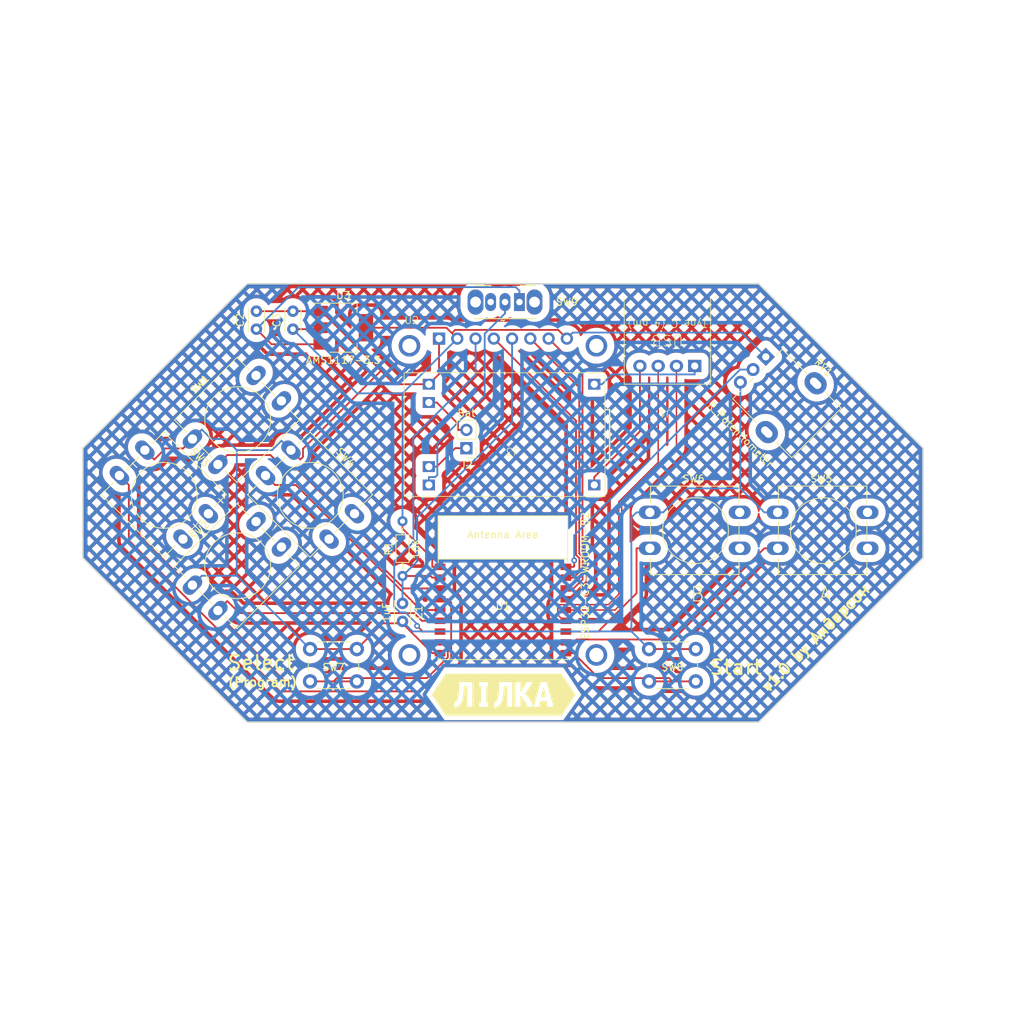
<source format=kicad_pcb>
(kicad_pcb (version 20221018) (generator pcbnew)
  (layers (0 "F.Cu" signal "Top") (31 "B.Cu" signal "Bot") (34 "B.Paste" user) (35 "F.Paste" user) (36 "B.SilkS" user "BotSilk") (37 "F.SilkS" user "TopSilk") (38 "B.Mask" user "BotMask") (39 "F.Mask" user "TopMask") (44 "Edge.Cuts" user "Board"))
  (net 0 "")
  (net 1 "~{RESET}")
  (net 2 "UP")
  (net 3 "GND")
  (net 4 "DOWN")
  (net 5 "LEFT")
  (net 6 "USB+")
  (net 7 "USB-")
  (net 8 "RIGHT")
  (net 9 "A")
  (net 10 "B")
  (net 11 "SELECT")
  (net 12 "START")
  (net 13 "DISP_CS")
  (net 14 "DISP_D{slash}C")
  (net 15 "DISP_MOSI")
  (net 16 "DISP_SCK")
  (net 17 "Net-(U1-GPIO0{slash}ADC1_CH0{slash}XTAL_32K_P)")
  (net 18 "+3V3")
  (net 19 "Net-(J2-Pin_1)")
  (net 20 "GND1")
  (net 21 "VBUS")
  (net 22 "Net-(J2-Pin_2)")
  (net 24 "VCC")
  (net 25 "Net-(J3-OUT+)")
  (footprint "Display:TFT_240x280" (layer "F.Cu") (at 81.02 51.84)
    (fp_text reference "U2" (at 2.8 -1.04 unlocked) (layer "F.SilkS") (effects (font (thickness 0.1))))
    (fp_text value "~" (at 15.5 -1.04 unlocked) (layer "F.SilkS"))
    (pad "" thru_hole circle (at 2.5 2.5) (size 3 3) (drill 2) (layers "*.Cu" "*.Mask"))
    (pad "" thru_hole circle (at 2.5 45.5) (size 3 3) (drill 2) (layers "*.Cu" "*.Mask"))
    (pad "" thru_hole circle (at 28.5 2.5) (size 3 3) (drill 2) (layers "*.Cu" "*.Mask"))
    (pad "" thru_hole circle (at 28.5 45.5) (size 3 3) (drill 2) (layers "*.Cu" "*.Mask"))
    (pad "1" thru_hole rect (at 6.61 1.5) (size 1.7 1.7) (drill 1) (layers "*.Cu" "*.Mask") (net 3 "GND"))
    (pad "2" thru_hole circle (at 9.15 1.5) (size 1.7 1.7) (drill 1) (layers "*.Cu" "*.Mask") (net 18 "+3V3"))
    (pad "3" thru_hole circle (at 11.69 1.5) (size 1.7 1.7) (drill 1) (layers "*.Cu" "*.Mask") (net 16 "DISP_SCK"))
    (pad "4" thru_hole circle (at 14.23 1.5) (size 1.7 1.7) (drill 1) (layers "*.Cu" "*.Mask") (net 15 "DISP_MOSI"))
    (pad "5" thru_hole circle (at 16.77 1.5) (size 1.7 1.7) (drill 1) (layers "*.Cu" "*.Mask") (net 1 "~{RESET}"))
    (pad "6" thru_hole circle (at 19.31 1.5) (size 1.7 1.7) (drill 1) (layers "*.Cu" "*.Mask") (net 14 "DISP_D{slash}C"))
    (pad "7" thru_hole circle (at 21.85 1.5) (size 1.7 1.7) (drill 1) (layers "*.Cu" "*.Mask") (net 13 "DISP_CS"))
    (pad "8" thru_hole circle (at 24.39 1.5) (size 1.7 1.7) (drill 1) (layers "*.Cu" "*.Mask") (net 18 "+3V3"))
  )
  (footprint "Buttons:SW_PUSH-12mm-fixed" (layer "F.Cu") (at 67.0355 68.8545 -45)
    (fp_text reference "SW4" (at 6.08 -4.66 -45) (layer "F.SilkS"))
    (fp_text value "Right")
    (fp_line (start 0.1 -3.65) (end 12.4 -3.65) (stroke (width 0.12)) (layer "F.SilkS"))
    (fp_line (start 0.1 -1.27) (end 0.1 -3.65) (stroke (width 0.12)) (layer "F.SilkS"))
    (fp_line (start 0.1 3.81) (end 0.1 1.27) (stroke (width 0.12)) (layer "F.SilkS"))
    (fp_line (start 0.1 8.65) (end 0.1 6.35) (stroke (width 0.12)) (layer "F.SilkS"))
    (fp_line (start 12.4 -3.65) (end 12.4 -1.27) (stroke (width 0.12)) (layer "F.SilkS"))
    (fp_line (start 12.4 1.27) (end 12.4 3.81) (stroke (width 0.12)) (layer "F.SilkS"))
    (fp_line (start 12.4 6.35) (end 12.4 8.65) (stroke (width 0.12)) (layer "F.SilkS"))
    (fp_line (start 12.4 8.65) (end 0.1 8.65) (stroke (width 0.12)) (layer "F.SilkS"))
    (fp_circle (center 6.35 2.54) (end 10.16 5.08) (stroke (width 0.12)) (fill none) (layer "F.SilkS"))
    (pad "" thru_hole oval (at 12.5 0 315) (size 3.048 1.85) (drill 1.3) (layers "*.Cu" "*.Mask"))
    (pad "" thru_hole oval (at 12.5 5 315) (size 3.048 1.85) (drill 1.3) (layers "*.Cu" "*.Mask"))
    (pad "1" thru_hole oval (at 0 0 315) (size 3.048 1.85) (drill 1.3) (layers "*.Cu" "*.Mask") (net 3 "GND"))
    (pad "2" thru_hole oval (at 0 5 315) (size 3.048 1.85) (drill 1.3) (layers "*.Cu" "*.Mask") (net 8 "RIGHT"))
  )
  (footprint "Buttons:SW_PUSH-12mm-fixed" (layer "F.Cu") (at 53.34 87.63 45)
    (fp_text reference "SW2" (at 6.08 -4.66 45) (layer "F.SilkS"))
    (fp_text value "Down")
    (fp_line (start 0.1 -3.65) (end 12.4 -3.65) (stroke (width 0.12)) (layer "F.SilkS"))
    (fp_line (start 0.1 -1.27) (end 0.1 -3.65) (stroke (width 0.12)) (layer "F.SilkS"))
    (fp_line (start 0.1 3.81) (end 0.1 1.27) (stroke (width 0.12)) (layer "F.SilkS"))
    (fp_line (start 0.1 8.65) (end 0.1 6.35) (stroke (width 0.12)) (layer "F.SilkS"))
    (fp_line (start 12.4 -3.65) (end 12.4 -1.27) (stroke (width 0.12)) (layer "F.SilkS"))
    (fp_line (start 12.4 1.27) (end 12.4 3.81) (stroke (width 0.12)) (layer "F.SilkS"))
    (fp_line (start 12.4 6.35) (end 12.4 8.65) (stroke (width 0.12)) (layer "F.SilkS"))
    (fp_line (start 12.4 8.65) (end 0.1 8.65) (stroke (width 0.12)) (layer "F.SilkS"))
    (fp_circle (center 6.35 2.54) (end 10.16 5.08) (stroke (width 0.12)) (fill none) (layer "F.SilkS"))
    (pad "" thru_hole oval (at 12.5 0 45) (size 3.048 1.85) (drill 1.3) (layers "*.Cu" "*.Mask"))
    (pad "" thru_hole oval (at 12.5 5 45) (size 3.048 1.85) (drill 1.3) (layers "*.Cu" "*.Mask"))
    (pad "1" thru_hole oval (at 0 0 45) (size 3.048 1.85) (drill 1.3) (layers "*.Cu" "*.Mask") (net 3 "GND"))
    (pad "2" thru_hole oval (at 0 5 45) (size 3.048 1.85) (drill 1.3) (layers "*.Cu" "*.Mask") (net 4 "DOWN"))
  )
  (footprint "Buttons:SW_PUSH-12mm-fixed" (layer "F.Cu") (at 134.73 77.51)
    (fp_text reference "SW5" (at 6.08 -4.66) (layer "F.SilkS"))
    (fp_text value "A" (at 6.62 11.39) (layer "F.SilkS") (effects (font (size 2 2))))
    (fp_line (start 0.1 -3.65) (end 12.4 -3.65) (stroke (width 0.12)) (layer "F.SilkS"))
    (fp_line (start 0.1 -1.27) (end 0.1 -3.65) (stroke (width 0.12)) (layer "F.SilkS"))
    (fp_line (start 0.1 3.81) (end 0.1 1.27) (stroke (width 0.12)) (layer "F.SilkS"))
    (fp_line (start 0.1 8.65) (end 0.1 6.35) (stroke (width 0.12)) (layer "F.SilkS"))
    (fp_line (start 12.4 -3.65) (end 12.4 -1.27) (stroke (width 0.12)) (layer "F.SilkS"))
    (fp_line (start 12.4 1.27) (end 12.4 3.81) (stroke (width 0.12)) (layer "F.SilkS"))
    (fp_line (start 12.4 6.35) (end 12.4 8.65) (stroke (width 0.12)) (layer "F.SilkS"))
    (fp_line (start 12.4 8.65) (end 0.1 8.65) (stroke (width 0.12)) (layer "F.SilkS"))
    (fp_circle (center 6.35 2.54) (end 10.16 5.08) (stroke (width 0.12)) (fill none) (layer "F.SilkS"))
    (pad "" thru_hole oval (at 12.5 0) (size 3.048 1.85) (drill 1.3) (layers "*.Cu" "*.Mask"))
    (pad "" thru_hole oval (at 12.5 5) (size 3.048 1.85) (drill 1.3) (layers "*.Cu" "*.Mask"))
    (pad "1" thru_hole oval (at 0 0) (size 3.048 1.85) (drill 1.3) (layers "*.Cu" "*.Mask") (net 3 "GND"))
    (pad "2" thru_hole oval (at 0 5) (size 3.048 1.85) (drill 1.3) (layers "*.Cu" "*.Mask") (net 9 "A"))
  )
  (footprint "Connectors:Charge_Controller_TP4056" (layer "F.Cu") (at 110.72 75.29 180)
    (fp_text reference "J3" (at 12.93 6.25 180 unlocked) (layer "F.SilkS") (effects (font (thickness 0.1))))
    (fp_text value "~")
    (fp_line (start -0.635 5.08) (end -0.635 12.065) (stroke (width 0.2)) (layer "F.SilkS"))
    (fp_line (start -0.635 12.065) (end 0 12.065) (stroke (width 0.2)) (layer "F.SilkS"))
    (fp_line (start 0 5.08) (end -0.635 5.08) (stroke (width 0.2)) (layer "F.SilkS"))
    (fp_rect (start 0 0) (end 27.94 17.2) (stroke (width 0.1)) (fill none) (layer "F.SilkS"))
    (pad "1" thru_hole rect (at 1.5 1.6 180) (size 1.7 1.5) (drill 1) (layers "*.Cu" "*.Mask") (net 21 "VBUS"))
    (pad "2" thru_hole rect (at 1.5 15.6 180) (size 1.7 1.5) (drill 1) (layers "*.Cu" "*.Mask") (net 20 "GND1"))
    (pad "3" thru_hole rect (at 24.5 1.6 180) (size 1.7 1.5) (drill 1) (layers "*.Cu" "*.Mask") (net 25 "Net-(J3-OUT+)"))
    (pad "4" thru_hole rect (at 24.5 15.6 180) (size 1.7 1.5) (drill 1) (layers "*.Cu" "*.Mask") (net 3 "GND"))
    (pad "5" thru_hole rect (at 24.5 4.14 180) (size 1.7 1.5) (drill 1) (layers "*.Cu" "*.Mask") (net 19 "Net-(J2-Pin_1)"))
    (pad "6" thru_hole rect (at 24.5 13.06 180) (size 1.7 1.5) (drill 1) (layers "*.Cu" "*.Mask") (net 22 "Net-(J2-Pin_2)"))
  )
  (footprint "Connector_PinHeader_2.54mm:PinHeader_1x02_P2.54mm_Vertical" (layer "F.Cu") (at 91.44 68.58 180)
    (fp_text reference "J2" (at 0 -2.33) (layer "F.SilkS"))
    (fp_text value "Bat" (at 0 4.87) (layer "F.SilkS"))
    (fp_line (start -1.33 -1.33) (end 0 -1.33) (stroke (width 0.12)) (layer "F.SilkS"))
    (fp_line (start -1.33 0) (end -1.33 -1.33) (stroke (width 0.12)) (layer "F.SilkS"))
    (fp_line (start -1.33 1.27) (end -1.33 3.87) (stroke (width 0.12)) (layer "F.SilkS"))
    (fp_line (start -1.33 1.27) (end 1.33 1.27) (stroke (width 0.12)) (layer "F.SilkS"))
    (fp_line (start -1.33 3.87) (end 1.33 3.87) (stroke (width 0.12)) (layer "F.SilkS"))
    (fp_line (start 1.33 1.27) (end 1.33 3.87) (stroke (width 0.12)) (layer "F.SilkS"))
    (pad "1" thru_hole rect (at 0 0 180) (size 1.7 1.7) (drill 1) (layers "*.Cu" "*.Mask") (net 19 "Net-(J2-Pin_1)"))
    (pad "2" thru_hole oval (at 0 2.54 180) (size 1.7 1.7) (drill 1) (layers "*.Cu" "*.Mask") (net 22 "Net-(J2-Pin_2)"))
  )
  (footprint "Package_TO_SOT_SMD:SOT-223-3_TabPin2" (layer "F.Cu") (at 74.32 51.83)
    (fp_text reference "U3" (at 0 -4.5) (layer "F.SilkS"))
    (fp_text value "AMS1117-3.3" (at 0 4.5) (layer "F.SilkS"))
    (fp_line (start -4.1 -3.41) (end 1.91 -3.41) (stroke (width 0.12)) (layer "F.SilkS"))
    (fp_line (start -1.85 3.41) (end 1.91 3.41) (stroke (width 0.12)) (layer "F.SilkS"))
    (fp_line (start 1.91 -3.41) (end 1.91 -2.15) (stroke (width 0.12)) (layer "F.SilkS"))
    (fp_line (start 1.91 3.41) (end 1.91 2.15) (stroke (width 0.12)) (layer "F.SilkS"))
    (pad "1" smd rect (at -3.15 -2.3) (size 2 1.5) (layers "F.Cu" "F.Paste" "F.Mask") (net 3 "GND"))
    (pad "2" smd rect (at -3.15 0) (size 2 1.5) (layers "F.Cu" "F.Paste" "F.Mask") (net 18 "+3V3"))
    (pad "2" smd rect (at 3.15 0) (size 2 3.8) (layers "F.Cu" "F.Paste" "F.Mask") (net 18 "+3V3"))
    (pad "3" smd rect (at -3.15 2.3) (size 2 1.5) (layers "F.Cu" "F.Paste" "F.Mask") (net 24 "VCC"))
  )
  (footprint "Button_Switch_THT:SW_PUSH_6mm" (layer "F.Cu") (at 69.7 96.52)
    (fp_text reference "SW7" (at 3.25 2.54) (layer "F.SilkS"))
    (fp_text value "Select" (at -6.835 1.905) (layer "F.SilkS") (effects (font (size 2 2) (thickness 0.3))))
    (fp_line (start -0.25 1.5) (end -0.25 3) (stroke (width 0.12)) (layer "F.SilkS"))
    (fp_line (start 1 5.5) (end 5.5 5.5) (stroke (width 0.12)) (layer "F.SilkS"))
    (fp_line (start 5.5 -1) (end 1 -1) (stroke (width 0.12)) (layer "F.SilkS"))
    (fp_line (start 6.75 3) (end 6.75 1.5) (stroke (width 0.12)) (layer "F.SilkS"))
    (pad "1" thru_hole circle (at 0 0 90) (size 2 2) (drill 1.1) (layers "*.Cu" "*.Mask") (net 3 "GND"))
    (pad "1" thru_hole circle (at 6.5 0 90) (size 2 2) (drill 1.1) (layers "*.Cu" "*.Mask") (net 3 "GND"))
    (pad "2" thru_hole circle (at 0 4.5 90) (size 2 2) (drill 1.1) (layers "*.Cu" "*.Mask") (net 11 "SELECT"))
    (pad "2" thru_hole circle (at 6.5 4.5 90) (size 2 2) (drill 1.1) (layers "*.Cu" "*.Mask") (net 11 "SELECT"))
  )
  (footprint "Buttons:SW_PUSH-12mm-fixed" (layer "F.Cu") (at 53.34 67.31 45)
    (fp_text reference "SW1" (at 6.08 -4.66 45) (layer "F.SilkS"))
    (fp_text value "Up")
    (fp_line (start 0.1 -3.65) (end 12.4 -3.65) (stroke (width 0.12)) (layer "F.SilkS"))
    (fp_line (start 0.1 -1.27) (end 0.1 -3.65) (stroke (width 0.12)) (layer "F.SilkS"))
    (fp_line (start 0.1 3.81) (end 0.1 1.27) (stroke (width 0.12)) (layer "F.SilkS"))
    (fp_line (start 0.1 8.65) (end 0.1 6.35) (stroke (width 0.12)) (layer "F.SilkS"))
    (fp_line (start 12.4 -3.65) (end 12.4 -1.27) (stroke (width 0.12)) (layer "F.SilkS"))
    (fp_line (start 12.4 1.27) (end 12.4 3.81) (stroke (width 0.12)) (layer "F.SilkS"))
    (fp_line (start 12.4 6.35) (end 12.4 8.65) (stroke (width 0.12)) (layer "F.SilkS"))
    (fp_line (start 12.4 8.65) (end 0.1 8.65) (stroke (width 0.12)) (layer "F.SilkS"))
    (fp_circle (center 6.35 2.54) (end 10.16 5.08) (stroke (width 0.12)) (fill none) (layer "F.SilkS"))
    (pad "" thru_hole oval (at 12.5 0 45) (size 3.048 1.85) (drill 1.3) (layers "*.Cu" "*.Mask"))
    (pad "" thru_hole oval (at 12.5 5 45) (size 3.048 1.85) (drill 1.3) (layers "*.Cu" "*.Mask"))
    (pad "1" thru_hole oval (at 0 0 45) (size 3.048 1.85) (drill 1.3) (layers "*.Cu" "*.Mask") (net 3 "GND"))
    (pad "2" thru_hole oval (at 0 5 45) (size 3.048 1.85) (drill 1.3) (layers "*.Cu" "*.Mask") (net 2 "UP"))
  )
  (footprint "Capacitor_THT:C_Disc_D3.0mm_W2.0mm_P2.50mm" (layer "F.Cu") (at 82.55 90.17 -90)
    (fp_text reference "C1" (at 1.25 -2.25 -90) (layer "F.SilkS"))
    (fp_text value "1uF" (at 1.25 2.25 -90) (layer "F.SilkS"))
    (fp_line (start -0.37 -1.12) (end -0.37 -1.055) (stroke (width 0.12)) (layer "F.SilkS"))
    (fp_line (start -0.37 -1.12) (end 2.87 -1.12) (stroke (width 0.12)) (layer "F.SilkS"))
    (fp_line (start -0.37 1.055) (end -0.37 1.12) (stroke (width 0.12)) (layer "F.SilkS"))
    (fp_line (start -0.37 1.12) (end 2.87 1.12) (stroke (width 0.12)) (layer "F.SilkS"))
    (fp_line (start 2.87 -1.12) (end 2.87 -1.055) (stroke (width 0.12)) (layer "F.SilkS"))
    (fp_line (start 2.87 1.055) (end 2.87 1.12) (stroke (width 0.12)) (layer "F.SilkS"))
    (pad "1" thru_hole circle (at 0 0 270) (size 1.6 1.6) (drill 0.8) (layers "*.Cu" "*.Mask") (net 1 "~{RESET}"))
    (pad "2" thru_hole circle (at 2.5 0 270) (size 1.6 1.6) (drill 0.8) (layers "*.Cu" "*.Mask") (net 3 "GND"))
  )
  (footprint "Capacitor_THT:C_Disc_D3.0mm_W2.0mm_P2.50mm" (layer "F.Cu") (at 62.23 52.03 90)
    (fp_text reference "C2" (at 1.25 -2.25 90) (layer "F.SilkS"))
    (fp_text value "1uF")
    (fp_line (start -0.37 -1.12) (end -0.37 -1.055) (stroke (width 0.12)) (layer "F.SilkS"))
    (fp_line (start -0.37 -1.12) (end 2.87 -1.12) (stroke (width 0.12)) (layer "F.SilkS"))
    (fp_line (start -0.37 1.055) (end -0.37 1.12) (stroke (width 0.12)) (layer "F.SilkS"))
    (fp_line (start -0.37 1.12) (end 2.87 1.12) (stroke (width 0.12)) (layer "F.SilkS"))
    (fp_line (start 2.87 -1.12) (end 2.87 -1.055) (stroke (width 0.12)) (layer "F.SilkS"))
    (fp_line (start 2.87 1.055) (end 2.87 1.12) (stroke (width 0.12)) (layer "F.SilkS"))
    (pad "1" thru_hole circle (at 0 0 90) (size 1.6 1.6) (drill 0.8) (layers "*.Cu" "*.Mask") (net 24 "VCC"))
    (pad "2" thru_hole circle (at 2.5 0 90) (size 1.6 1.6) (drill 0.8) (layers "*.Cu" "*.Mask") (net 3 "GND"))
  )
  (footprint "Button_Switch_THT:SW_CuK_OS102011MA1QN1_SPDT_Angled" (layer "F.Cu") (at 98.81 48.26 180)
    (fp_text reference "SW9" (at -6.6 0) (layer "F.SilkS"))
    (fp_text value "SW_SPDT")
    (fp_line (start -2.3 -2.3) (end 6.3 -2.3) (stroke (width 0.15)) (layer "F.SilkS"))
    (fp_line (start -2.3 2.3) (end -0.1 2.3) (stroke (width 0.15)) (layer "F.SilkS"))
    (fp_line (start 4 2.3) (end 6.3 2.3) (stroke (width 0.15)) (layer "F.SilkS"))
    (pad "" thru_hole oval (at -2.1 0 180) (size 2.2 3.5) (drill 1.5) (layers "*.Cu" "*.Mask"))
    (pad "" thru_hole oval (at 6.1 0 180) (size 2.2 3.5) (drill 1.5) (layers "*.Cu" "*.Mask"))
    (pad "1" thru_hole rect (at 0 0 180) (size 1.5 2.5) (drill 0.9) (layers "*.Cu" "*.Mask") (net 24 "VCC"))
    (pad "2" thru_hole oval (at 2 0 180) (size 1.5 2.5) (drill 0.9) (layers "*.Cu" "*.Mask") (net 25 "Net-(J3-OUT+)"))
    (pad "3" thru_hole oval (at 4 0 180) (size 1.5 2.5) (drill 0.9) (layers "*.Cu" "*.Mask"))
  )
  (footprint "PCM_Espressif:ESP32-C3-WROOM-02_no_gnd" (layer "F.Cu") (at 96.52 90.99)
    (fp_text reference "U1" (at 0 -0.46) (layer "F.SilkS"))
    (fp_text value "ESP32-C3-WROOM-02" (at 11.43 -4.63 90) (layer "F.SilkS"))
    (fp_text user "Antenna Area" (at 0 -10.4) (layer "F.SilkS"))
    (fp_line (start -9 -13) (end -9 -6.5) (stroke (width 0.12)) (layer "F.SilkS"))
    (fp_line (start -9 -13) (end 9 -13) (stroke (width 0.12)) (layer "F.SilkS"))
    (fp_line (start -9 7) (end -9 6.75) (stroke (width 0.12)) (layer "F.SilkS"))
    (fp_line (start 9 -13) (end 9 -6.5) (stroke (width 0.12)) (layer "F.SilkS"))
    (fp_line (start 9 -7) (end -8.95 -7) (stroke (width 0.12)) (layer "F.SilkS"))
    (fp_line (start 9 6.75) (end 9 7) (stroke (width 0.12)) (layer "F.SilkS"))
    (fp_line (start 9 7) (end -9 7) (stroke (width 0.12)) (layer "F.SilkS"))
    (pad "1" smd rect (at -8.75 -5.9) (size 1.5 0.9) (layers "F.Cu" "F.Paste" "F.Mask") (net 18 "+3V3"))
    (pad "2" smd rect (at -8.75 -4.4) (size 1.5 0.9) (layers "F.Cu" "F.Paste" "F.Mask") (net 1 "~{RESET}"))
    (pad "3" smd rect (at -8.75 -2.9) (size 1.5 0.9) (layers "F.Cu" "F.Paste" "F.Mask") (net 2 "UP"))
    (pad "4" smd rect (at -8.75 -1.4) (size 1.5 0.9) (layers "F.Cu" "F.Paste" "F.Mask") (net 5 "LEFT"))
    (pad "5" smd rect (at -8.75 0.1) (size 1.5 0.9) (layers "F.Cu" "F.Paste" "F.Mask") (net 8 "RIGHT"))
    (pad "6" smd rect (at -8.75 1.6) (size 1.5 0.9) (layers "F.Cu" "F.Paste" "F.Mask") (net 4 "DOWN"))
    (pad "7" smd rect (at -8.75 3.1) (size 1.5 0.9) (layers "F.Cu" "F.Paste" "F.Mask") (net 16 "DISP_SCK"))
    (pad "8" smd rect (at -8.75 4.6) (size 1.5 0.9) (layers "F.Cu" "F.Paste" "F.Mask") (net 11 "SELECT"))
    (pad "9" smd rect (at -8.75 6.1) (size 1.5 0.9) (layers "F.Cu" "F.Paste" "F.Mask") (net 3 "GND"))
    (pad "10" smd rect (at 8.75 6.1 180) (size 1.5 0.9) (layers "F.Cu" "F.Paste" "F.Mask") (net 12 "START"))
    (pad "11" smd rect (at 8.75 4.6 180) (size 1.5 0.9) (layers "F.Cu" "F.Paste" "F.Mask") (net 9 "A"))
    (pad "12" smd rect (at 8.75 3.1 180) (size 1.5 0.9) (layers "F.Cu" "F.Paste" "F.Mask") (net 10 "B"))
    (pad "13" smd rect (at 8.75 1.6 180) (size 1.5 0.9) (layers "F.Cu" "F.Paste" "F.Mask") (net 7 "USB-"))
    (pad "14" smd rect (at 8.75 0.1 180) (size 1.5 0.9) (layers "F.Cu" "F.Paste" "F.Mask") (net 6 "USB+"))
    (pad "15" smd rect (at 8.75 -1.4 180) (size 1.5 0.9) (layers "F.Cu" "F.Paste" "F.Mask") (net 13 "DISP_CS"))
    (pad "16" smd rect (at 8.75 -2.9 180) (size 1.5 0.9) (layers "F.Cu" "F.Paste" "F.Mask") (net 14 "DISP_D{slash}C"))
    (pad "17" smd rect (at 8.75 -4.4 180) (size 1.5 0.9) (layers "F.Cu" "F.Paste" "F.Mask") (net 15 "DISP_MOSI"))
    (pad "18" smd rect (at 8.75 -5.9 180) (size 1.5 0.9) (layers "F.Cu" "F.Paste" "F.Mask") (net 17 "Net-(U1-GPIO0{slash}ADC1_CH0{slash}XTAL_32K_P)"))
    (zone (net 0) (net_name "") (layers "*.Cu") (name "antenna keepout") (connect_pads (clearance 0)) (min_thickness 0.254)
      (keepout (tracks not_allowed) (vias not_allowed) (pads not_allowed) (copperpour not_allowed) (footprints not_allowed))
      (fill (thermal_gap 0.508) (thermal_bridge_width 0.508))
      (polygon (pts (xy 105.52 83.99) (xy 87.52 83.99) (xy 87.52 77.99) (xy 105.52 77.99)))
    )
  )
  (footprint "Connectors:USB_2.0_PCB" (layer "F.Cu") (at 125.39 59.69 180)
    (fp_text reference "J1" (at 6.35 -4.04 180 unlocked) (layer "F.SilkS") (effects (font (thickness 0.1))))
    (fp_text value "~")
    (fp_text user "USB" (at 6 7 180 unlocked) (layer "F.SilkS") (effects (font (size 1.5 1.5) (thickness 0.1)) (justify bottom)))
    (fp_text user "Type C (4 pin)" (at 6 9 180 unlocked) (layer "F.SilkS") (effects (font (thickness 0.1)) (justify bottom)))
    (fp_line (start 0 0) (end 12 0) (stroke (width 0.1)) (layer "F.SilkS"))
    (fp_line (start 0 12) (end 0 0) (stroke (width 0.1)) (layer "F.SilkS"))
    (fp_line (start 12 0) (end 12 12) (stroke (width 0.1)) (layer "F.SilkS"))
    (pad "1" thru_hole rect (at 2.2 2.54 270) (size 1.7 1.85) (drill 1) (layers "*.Cu" "*.Mask") (net 20 "GND1"))
    (pad "2" thru_hole oval (at 4.74 2.54 270) (size 1.7 1.85) (drill 1) (layers "*.Cu" "*.Mask") (net 6 "USB+"))
    (pad "3" thru_hole oval (at 7.28 2.54 270) (size 1.7 1.85) (drill 1) (layers "*.Cu" "*.Mask") (net 7 "USB-"))
    (pad "4" thru_hole oval (at 9.82 2.54 270) (size 1.7 1.85) (drill 1) (layers "*.Cu" "*.Mask") (net 21 "VBUS"))
  )
  (footprint "Potentiometer_THT:Potentiometer_Alpha_RD901F-40-00D_Single_Vertical" (layer "F.Cu") (at 133.0755 55.88 -45)
    (fp_text reference "RV1" (at 6.71 -4.64 135) (layer "F.SilkS"))
    (fp_text value "R_Potentiometer" (at 5.133218 10.133218 135) (layer "F.SilkS"))
    (fp_line (start 0.88 -2.38) (end 5.6 -2.38) (stroke (width 0.12)) (layer "F.SilkS"))
    (fp_line (start 0.88 -1.19) (end 0.88 -2.37) (stroke (width 0.12)) (layer "F.SilkS"))
    (fp_line (start 0.88 1.71) (end 0.88 1.18) (stroke (width 0.12)) (layer "F.SilkS"))
    (fp_line (start 0.88 4.16) (end 0.88 3.33) (stroke (width 0.12)) (layer "F.SilkS"))
    (fp_line (start 0.88 7.37) (end 0.88 5.88) (stroke (width 0.12)) (layer "F.SilkS"))
    (fp_line (start 0.88 7.37) (end 5.6 7.37) (stroke (width 0.12)) (layer "F.SilkS"))
    (fp_line (start 9.41 -2.37) (end 12.47 -2.37) (stroke (width 0.12)) (layer "F.SilkS"))
    (fp_line (start 9.41 7.37) (end 12.47 7.37) (stroke (width 0.12)) (layer "F.SilkS"))
    (fp_line (start 12.47 7.37) (end 12.47 -2.37) (stroke (width 0.12)) (layer "F.SilkS"))
    (pad "" thru_hole oval (at 7.5 -2.3 45) (size 2.72 3.24) (drill oval 1.1 1.8) (layers "*.Cu" "*.Mask"))
    (pad "" thru_hole oval (at 7.5 7.3 45) (size 2.72 3.24) (drill oval 1.1 1.8) (layers "*.Cu" "*.Mask"))
    (pad "1" thru_hole rect (at 0 0 45) (size 1.8 1.8) (drill 1) (layers "*.Cu" "*.Mask") (net 18 "+3V3"))
    (pad "2" thru_hole circle (at 0 2.5 45) (size 1.8 1.8) (drill 1) (layers "*.Cu" "*.Mask") (net 17 "Net-(U1-GPIO0{slash}ADC1_CH0{slash}XTAL_32K_P)"))
    (pad "3" thru_hole circle (at 0 5 45) (size 1.8 1.8) (drill 1) (layers "*.Cu" "*.Mask") (net 3 "GND"))
  )
  (footprint "Capacitor_THT:C_Disc_D3.0mm_W2.0mm_P2.50mm" (layer "F.Cu") (at 67.31 52.03 90)
    (fp_text reference "C3" (at 1.25 -2.25 90) (layer "F.SilkS"))
    (fp_text value "1uF")
    (fp_line (start -0.37 -1.12) (end -0.37 -1.055) (stroke (width 0.12)) (layer "F.SilkS"))
    (fp_line (start -0.37 -1.12) (end 2.87 -1.12) (stroke (width 0.12)) (layer "F.SilkS"))
    (fp_line (start -0.37 1.055) (end -0.37 1.12) (stroke (width 0.12)) (layer "F.SilkS"))
    (fp_line (start -0.37 1.12) (end 2.87 1.12) (stroke (width 0.12)) (layer "F.SilkS"))
    (fp_line (start 2.87 -1.12) (end 2.87 -1.055) (stroke (width 0.12)) (layer "F.SilkS"))
    (fp_line (start 2.87 1.055) (end 2.87 1.12) (stroke (width 0.12)) (layer "F.SilkS"))
    (pad "1" thru_hole circle (at 0 0 90) (size 1.6 1.6) (drill 0.8) (layers "*.Cu" "*.Mask") (net 18 "+3V3"))
    (pad "2" thru_hole circle (at 2.5 0 90) (size 1.6 1.6) (drill 0.8) (layers "*.Cu" "*.Mask") (net 3 "GND"))
  )
  (footprint "Buttons:SW_PUSH-12mm-fixed" (layer "F.Cu") (at 116.95 77.51)
    (fp_text reference "SW6" (at 6.08 -4.66) (layer "F.SilkS"))
    (fp_text value "B" (at 6.62 11.39) (layer "F.SilkS") (effects (font (size 2 2))))
    (fp_line (start 0.1 -3.65) (end 12.4 -3.65) (stroke (width 0.12)) (layer "F.SilkS"))
    (fp_line (start 0.1 -1.27) (end 0.1 -3.65) (stroke (width 0.12)) (layer "F.SilkS"))
    (fp_line (start 0.1 3.81) (end 0.1 1.27) (stroke (width 0.12)) (layer "F.SilkS"))
    (fp_line (start 0.1 8.65) (end 0.1 6.35) (stroke (width 0.12)) (layer "F.SilkS"))
    (fp_line (start 12.4 -3.65) (end 12.4 -1.27) (stroke (width 0.12)) (layer "F.SilkS"))
    (fp_line (start 12.4 1.27) (end 12.4 3.81) (stroke (width 0.12)) (layer "F.SilkS"))
    (fp_line (start 12.4 6.35) (end 12.4 8.65) (stroke (width 0.12)) (layer "F.SilkS"))
    (fp_line (start 12.4 8.65) (end 0.1 8.65) (stroke (width 0.12)) (layer "F.SilkS"))
    (fp_circle (center 6.35 2.54) (end 10.16 5.08) (stroke (width 0.12)) (fill none) (layer "F.SilkS"))
    (pad "" thru_hole oval (at 12.5 0) (size 3.048 1.85) (drill 1.3) (layers "*.Cu" "*.Mask"))
    (pad "" thru_hole oval (at 12.5 5) (size 3.048 1.85) (drill 1.3) (layers "*.Cu" "*.Mask"))
    (pad "1" thru_hole oval (at 0 0) (size 3.048 1.85) (drill 1.3) (layers "*.Cu" "*.Mask") (net 3 "GND"))
    (pad "2" thru_hole oval (at 0 5) (size 3.048 1.85) (drill 1.3) (layers "*.Cu" "*.Mask") (net 10 "B"))
  )
  (footprint "kibuzzard-65B2D7AF" (layer "F.Cu") (at 96.614429 102.87)
    (fp_text reference "kibuzzard-65B2D7AF" hide)
    (fp_text value "G***" hide)
    (fp_poly (pts (xy 5.553472 -1.089025) (xy 5.450681 -0.719534) (xy 5.361781 -0.375047) (xy 5.283994 -0.033338) (xy 5.214541 0.322262) (xy 5.886847 0.322262) (xy 5.820172 -0.033338) (xy 5.745163 -0.375047) (xy 5.656263 -0.719534) (xy 5.553472 -1.089025)) (fill solid) (layer "F.SilkS"))
    (fp_poly (pts (xy -6.898084 -2.913327) (xy -8.055636 -2.913327) (xy -9.997855 0) (xy -8.055636 2.913327) (xy -6.898084 2.913327) (xy -6.814741 2.913327) (xy -6.814741 1.755775) (xy -6.898084 1.166812) (xy -6.656387 1.047353) (xy -6.498034 0.886222) (xy -6.395244 0.680641) (xy -6.320234 0.427831) (xy -6.267759 0.162675) (xy -6.228865 -0.143845) (xy -6.203553 -0.491728) (xy -6.188119 -0.877888) (xy -6.178859 -1.299236) (xy -6.175772 -1.755775) (xy -4.364434 -1.755775) (xy -4.364434 1.683544) (xy -5.047853 1.683544) (xy -5.047853 -1.189038) (xy -5.547916 -1.189038) (xy -5.560417 -0.862608) (xy -5.575697 -0.527844) (xy -5.598616 -0.194469) (xy -5.634037 0.127794) (xy -5.684738 0.43686) (xy -5.753497 0.730647) (xy -5.84587 1.000125) (xy -5.967412 1.236266) (xy -6.120904 1.435596) (xy -6.309122 1.594644) (xy -6.538317 1.70438) (xy -6.814741 1.755775) (xy -6.814741 2.913327) (xy -3.864372 2.913327) (xy -3.864372 1.683544) (xy -3.864372 1.116806) (xy -3.114278 1.116806) (xy -3.114278 -1.189038) (xy -3.864372 -1.189038) (xy -3.864372 -1.755775) (xy -1.680766 -1.755775) (xy -1.680766 -1.189038) (xy -2.425303 -1.189038) (xy -2.425303 1.116806) (xy -1.680766 1.116806) (xy -1.680766 1.683544) (xy -3.864372 1.683544) (xy -3.864372 2.913327) (xy -1.258491 2.913327) (xy -1.258491 1.755775) (xy -1.341834 1.166812) (xy -1.100137 1.047353) (xy -0.941784 0.886222) (xy -0.838994 0.680641) (xy -0.763984 0.427831) (xy -0.711509 0.162675) (xy -0.672615 -0.143845) (xy -0.647303 -0.491728) (xy -0.631869 -0.877888) (xy -0.622609 -1.299236) (xy -0.619522 -1.755775) (xy 1.191816 -1.755775) (xy 1.191816 1.683544) (xy 0.508397 1.683544) (xy 0.508397 -1.189038) (xy 0.008334 -1.189038) (xy -0.004167 -0.862608) (xy -0.019447 -0.527844) (xy -0.042366 -0.194469) (xy -0.077787 0.127794) (xy -0.128488 0.43686) (xy -0.197247 0.730647) (xy -0.28962 1.000125) (xy -0.411162 1.236266) (xy -0.564654 1.435596) (xy -0.752872 1.594644) (xy -0.982067 1.70438) (xy -1.258491 1.755775) (xy -1.258491 2.913327) (xy 3.336528 2.913327) (xy 3.336528 1.683544) (xy 3.161506 1.264047) (xy 3.041352 1.041797) (xy 2.908697 0.825103) (xy 2.766318 0.618133) (xy 2.616994 0.425053) (xy 2.325291 0.111125) (xy 2.325291 1.683544) (xy 1.641872 1.683544) (xy 1.641872 -1.755775) (xy 2.325291 -1.755775) (xy 2.325291 -0.327819) (xy 2.580878 -0.672306) (xy 2.833688 -1.050131) (xy 3.053159 -1.4224) (xy 3.219847 -1.755775) (xy 3.992166 -1.755775) (xy 3.806031 -1.414066) (xy 3.690045 -1.218208) (xy 3.558778 -1.014016) (xy 3.41501 -0.803573) (xy 3.261519 -0.588963) (xy 3.099693 -0.376436) (xy 2.930922 -0.172244) (xy 3.104555 0.006945) (xy 3.280966 0.211137) (xy 3.453904 0.435471) (xy 3.617119 0.675084) (xy 3.767832 0.925116) (xy 3.903266 1.180703) (xy 4.018558 1.435596) (xy 4.108847 1.683544) (xy 3.336528 1.683544) (xy 3.336528 2.913327) (xy 6.164659 2.913327) (xy 6.164659 1.683544) (xy 6.003528 0.889) (xy 5.086747 0.889) (xy 4.931172 1.683544) (xy 4.219972 1.683544) (xy 4.317984 1.284049) (xy 4.416441 0.899001) (xy 4.515342 0.528399) (xy 4.614688 0.172244) (xy 4.714478 -0.169466) (xy 4.838452 -0.582191) (xy 4.960342 -0.984151) (xy 5.080149 -1.375346) (xy 5.197872 -1.755775) (xy 5.942409 -1.755775) (xy 6.064473 -1.37222) (xy 6.18619 -0.977205) (xy 6.307559 -0.570731) (xy 6.428581 -0.152797) (xy 6.524704 0.191802) (xy 6.619716 0.547735) (xy 6.713617 0.915003) (xy 6.806406 1.293606) (xy 6.898084 1.683544) (xy 6.164659 1.683544) (xy 6.164659 2.913327) (xy 6.898084 2.913327) (xy 8.055636 2.913327) (xy 9.997855 0) (xy 8.055636 -2.913327) (xy 6.898084 -2.913327) (xy -6.898084 -2.913327)) (fill solid) (layer "F.SilkS"))
  )
  (footprint "Buttons:SW_PUSH-12mm-fixed" (layer "F.Cu") (at 46.7155 68.8545 -45)
    (fp_text reference "SW3" (at 6.08 -4.66 135) (layer "F.SilkS"))
    (fp_text value "Left")
    (fp_line (start 0.1 -3.65) (end 12.4 -3.65) (stroke (width 0.12)) (layer "F.SilkS"))
    (fp_line (start 0.1 -1.27) (end 0.1 -3.65) (stroke (width 0.12)) (layer "F.SilkS"))
    (fp_line (start 0.1 3.81) (end 0.1 1.27) (stroke (width 0.12)) (layer "F.SilkS"))
    (fp_line (start 0.1 8.65) (end 0.1 6.35) (stroke (width 0.12)) (layer "F.SilkS"))
    (fp_line (start 12.4 -3.65) (end 12.4 -1.27) (stroke (width 0.12)) (layer "F.SilkS"))
    (fp_line (start 12.4 1.27) (end 12.4 3.81) (stroke (width 0.12)) (layer "F.SilkS"))
    (fp_line (start 12.4 6.35) (end 12.4 8.65) (stroke (width 0.12)) (layer "F.SilkS"))
    (fp_line (start 12.4 8.65) (end 0.1 8.65) (stroke (width 0.12)) (layer "F.SilkS"))
    (fp_circle (center 6.35 2.54) (end 10.16 5.08) (stroke (width 0.12)) (fill none) (layer "F.SilkS"))
    (pad "" thru_hole oval (at 12.5 0 315) (size 3.048 1.85) (drill 1.3) (layers "*.Cu" "*.Mask"))
    (pad "" thru_hole oval (at 12.5 5 315) (size 3.048 1.85) (drill 1.3) (layers "*.Cu" "*.Mask"))
    (pad "1" thru_hole oval (at 0 0 315) (size 3.048 1.85) (drill 1.3) (layers "*.Cu" "*.Mask") (net 3 "GND"))
    (pad "2" thru_hole oval (at 0 5 315) (size 3.048 1.85) (drill 1.3) (layers "*.Cu" "*.Mask") (net 5 "LEFT"))
  )
  (footprint "Resistor_THT:R_Axial_DIN0204_L3.6mm_D1.6mm_P7.62mm_Horizontal" (layer "F.Cu") (at 82.55 86.36 90)
    (fp_text reference "R1" (at 3.81 -1.92 90) (layer "F.SilkS"))
    (fp_text value "10K" (at 3.81 1.92 90) (layer "F.SilkS"))
    (fp_line (start 0.94 0) (end 1.89 0) (stroke (width 0.12)) (layer "F.SilkS"))
    (fp_line (start 1.89 -0.92) (end 1.89 0.92) (stroke (width 0.12)) (layer "F.SilkS"))
    (fp_line (start 1.89 0.92) (end 5.73 0.92) (stroke (width 0.12)) (layer "F.SilkS"))
    (fp_line (start 5.73 -0.92) (end 1.89 -0.92) (stroke (width 0.12)) (layer "F.SilkS"))
    (fp_line (start 5.73 0.92) (end 5.73 -0.92) (stroke (width 0.12)) (layer "F.SilkS"))
    (fp_line (start 6.68 0) (end 5.73 0) (stroke (width 0.12)) (layer "F.SilkS"))
    (pad "1" thru_hole circle (at 0 0 90) (size 1.4 1.4) (drill 0.7) (layers "*.Cu" "*.Mask") (net 1 "~{RESET}"))
    (pad "2" thru_hole oval (at 7.62 0 90) (size 1.4 1.4) (drill 0.7) (layers "*.Cu" "*.Mask") (net 18 "+3V3"))
  )
  (footprint "Button_Switch_THT:SW_PUSH_6mm" (layer "F.Cu") (at 116.84 96.52)
    (fp_text reference "SW8" (at 3.25 2.54) (layer "F.SilkS"))
    (fp_text value "Start" (at 12.065 2.54) (layer "F.SilkS") (effects (font (size 2 2) (thickness 0.3))))
    (fp_line (start -0.25 1.5) (end -0.25 3) (stroke (width 0.12)) (layer "F.SilkS"))
    (fp_line (start 1 5.5) (end 5.5 5.5) (stroke (width 0.12)) (layer "F.SilkS"))
    (fp_line (start 5.5 -1) (end 1 -1) (stroke (width 0.12)) (layer "F.SilkS"))
    (fp_line (start 6.75 3) (end 6.75 1.5) (stroke (width 0.12)) (layer "F.SilkS"))
    (pad "1" thru_hole circle (at 0 0 90) (size 2 2) (drill 1.1) (layers "*.Cu" "*.Mask") (net 3 "GND"))
    (pad "1" thru_hole circle (at 6.5 0 90) (size 2 2) (drill 1.1) (layers "*.Cu" "*.Mask") (net 3 "GND"))
    (pad "2" thru_hole circle (at 0 4.5 90) (size 2 2) (drill 1.1) (layers "*.Cu" "*.Mask") (net 12 "START"))
    (pad "2" thru_hole circle (at 6.5 4.5 90) (size 2 2) (drill 1.1) (layers "*.Cu" "*.Mask") (net 12 "START"))
  )
  (gr_rect (start 92.804429 100.270675) (end 93.116652 105.41) (stroke (width 0.2)) (fill solid) (layer "F.SilkS"))
  (gr_rect (start 94.544914 100.531997) (end 94.996 105.41) (stroke (width 0.2)) (fill solid) (layer "F.SilkS"))
  (gr_poly (pts (xy 60.96 45.72) (xy 132.08 45.72) (xy 154.94 68.58) (xy 154.94 83.82) (xy 132.08 106.68) (xy 60.96 106.68) (xy 38.1 83.82) (xy 38.1 68.58)) (stroke (width 0.2)) (fill none) (layer "Edge.Cuts"))
  (gr_text "(Program)" (at 58.166 101.854) (layer "F.SilkS") (effects (font (size 1.25 1.25) (thickness 0.25) bold) (justify left bottom)))
  (gr_text "v1.0 by Андерсон" (at 133.35 102.87 45) (layer "F.SilkS") (effects (font (size 1.5 1.5) (thickness 0.3) bold) (justify left bottom)))
  (segment (start 82.55 86.36) (end 86.4631 86.36) (width 0.25) (layer "F.Cu") (net 1))
  (segment (start 86.4631 86.36) (end 86.6931 86.59) (width 0.25) (layer "F.Cu") (net 1))
  (segment (start 87.77 86.59) (end 86.6931 86.59) (width 0.25) (layer "F.Cu") (net 1))
  (segment (start 84.5672 78.2176) (end 97.79 64.9948) (width 0.25) (layer "B.Cu") (net 1))
  (segment (start 84.5672 84.3428) (end 84.5672 78.2176) (width 0.25) (layer "B.Cu") (net 1))
  (segment (start 97.79 64.9948) (end 97.79 53.34) (width 0.25) (layer "B.Cu") (net 1))
  (segment (start 82.55 86.36) (end 84.5672 84.3428) (width 0.25) (layer "B.Cu") (net 1))
  (segment (start 82.55 86.36) (end 82.55 90.17) (width 0.25) (layer "B.Cu") (net 1))
  (segment (start 64.1823 69.5367) (end 58.1843 69.5367) (width 0.25) (layer "F.Cu") (net 2))
  (segment (start 56.8755 70.8455) (end 58.1843 69.5367) (width 0.25) (layer "F.Cu") (net 2))
  (segment (start 82.7356 88.09) (end 64.1823 69.5367) (width 0.25) (layer "F.Cu") (net 2))
  (segment (start 87.77 88.09) (end 86.6931 88.09) (width 0.25) (layer "F.Cu") (net 2))
  (segment (start 86.6931 88.09) (end 82.7356 88.09) (width 0.25) (layer "F.Cu") (net 2))
  (segment (start 87.63 53.34) (end 87.63 58.28) (width 0.25) (layer "F.Cu") (net 3))
  (segment (start 53.34 67.31) (end 52.0313 68.6187) (width 0.25) (layer "F.Cu") (net 3))
  (segment (start 52.0312 68.6187) (end 49.5688 68.6187) (width 0.25) (layer "F.Cu") (net 3))
  (segment (start 79.5551 57.815) (end 68.7109 68.6592) (width 0.25) (layer "F.Cu") (net 3))
  (segment (start 81.43 59.69) (end 86.22 59.69) (width 0.25) (layer "F.Cu") (net 3))
  (segment (start 82.55 92.67) (end 82.55 92.9469) (width 0.25) (layer "F.Cu") (net 3))
  (segment (start 46.7155 68.8545) (end 48.0243 70.1632) (width 0.25) (layer "F.Cu") (net 3))
  (segment (start 68.7109 68.6592) (end 68.7109 69.7966) (width 0.25) (layer "F.Cu") (net 3))
  (segment (start 67.0355 68.8545) (end 68.3443 70.1632) (width 0.25) (layer "F.Cu") (net 3))
  (segment (start 67.31 49.53) (end 71.17 49.53) (width 0.25) (layer "F.Cu") (net 3))
  (segment (start 87.63 58.28) (end 86.22 59.69) (width 0.25) (layer "F.Cu") (net 3))
  (segment (start 49.5688 68.6187) (end 48.0243 70.1632) (width 0.25) (layer "F.Cu") (net 3))
  (segment (start 82.55 92.9469) (end 86.6931 97.09) (width 0.25) (layer "F.Cu") (net 3))
  (segment (start 116.84 96.52) (end 123.34 96.52) (width 0.25) (layer "F.Cu") (net 3))
  (segment (start 76.2 96.52) (end 79.7731 92.9469) (width 0.25) (layer "F.Cu") (net 3))
  (segment (start 71.27 49.53) (end 79.5551 57.815) (width 0.25) (layer "F.Cu") (net 3))
  (segment (start 79.5551 57.815) (end 81.43 59.69) (width 0.25) (layer "F.Cu") (net 3))
  (segment (start 69.7 96.52) (end 76.2 96.52) (width 0.25) (layer "F.Cu") (net 3))
  (segment (start 68.7109 69.7966) (end 68.3443 70.1632) (width 0.25) (layer "F.Cu") (net 3))
  (segment (start 62.23 49.53) (end 67.31 49.53) (width 0.25) (layer "F.Cu") (net 3))
  (segment (start 52.0313 68.6187) (end 52.0312 68.6187) (width 0.25) (layer "F.Cu") (net 3))
  (segment (start 71.17 49.53) (end 71.27 49.53) (width 0.25) (layer "F.Cu") (net 3))
  (segment (start 79.7731 92.9469) (end 82.55 92.9469) (width 0.25) (layer "F.Cu") (net 3))
  (segment (start 87.77 97.09) (end 86.6931 97.09) (width 0.25) (layer "F.Cu") (net 3))
  (segment (start 65.7268 67.5457) (end 64.418 68.8545) (width 0.25) (layer "B.Cu") (net 3))
  (segment (start 116.95 77.51) (end 118.8009 77.51) (width 0.25) (layer "B.Cu") (net 3))
  (segment (start 69.7 96.52) (end 59.5013 86.3213) (width 0.25) (layer "B.Cu") (net 3))
  (segment (start 55.9575 67.31) (end 57.9568 67.31) (width 0.25) (layer "B.Cu") (net 3))
  (segment (start 53.34 87.63) (end 54.6488 86.3212) (width 0.25) (layer "B.Cu") (net 3))
  (segment (start 83.9431 94.0631) (end 114.3831 94.0631) (width 0.25) (layer "B.Cu") (net 3))
  (segment (start 134.73 77.51) (end 132.8791 77.51) (width 0.25) (layer "B.Cu") (net 3))
  (segment (start 59.5013 68.8545) (end 59.5013 86.3213) (width 0.25) (layer "B.Cu") (net 3))
  (segment (start 122.14 74.1709) (end 118.8009 77.51) (width 0.25) (layer "B.Cu") (net 3))
  (segment (start 54.6488 86.3213) (end 54.6488 86.3212) (width 0.25) (layer "B.Cu") (net 3))
  (segment (start 129.54 59.4155) (end 129.54 74.1709) (width 0.25) (layer "B.Cu") (net 3))
  (segment (start 116.95 77.51) (end 115.0991 77.51) (width 0.25) (layer "B.Cu") (net 3))
  (segment (start 67.0355 68.8545) (end 65.7268 67.5457) (width 0.25) (layer "B.Cu") (net 3))
  (segment (start 129.54 74.1709) (end 122.14 74.1709) (width 0.25) (layer "B.Cu") (net 3))
  (segment (start 59.5013 86.3213) (end 54.6488 86.3213) (width 0.25) (layer "B.Cu") (net 3))
  (segment (start 114.3831 78.226) (end 115.0991 77.51) (width 0.25) (layer "B.Cu") (net 3))
  (segment (start 53.34 67.31) (end 54.6488 66.0012) (width 0.25) (layer "B.Cu") (net 3))
  (segment (start 114.3831 94.0631) (end 116.84 96.52) (width 0.25) (layer "B.Cu") (net 3))
  (segment (start 114.3831 94.0631) (end 114.3831 78.226) (width 0.25) (layer "B.Cu") (net 3))
  (segment (start 57.9568 67.31) (end 59.5013 68.8545) (width 0.25) (layer "B.Cu") (net 3))
  (segment (start 82.55 92.67) (end 83.9431 94.0631) (width 0.25) (layer "B.Cu") (net 3))
  (segment (start 129.54 74.1709) (end 132.8791 77.51) (width 0.25) (layer "B.Cu") (net 3))
  (segment (start 54.6488 66.0012) (end 55.9575 67.31) (width 0.25) (layer "B.Cu") (net 3))
  (segment (start 64.418 68.8545) (end 59.5013 68.8545) (width 0.25) (layer "B.Cu") (net 3))
  (segment (start 59.8527 91.5251) (end 58.1843 89.8567) (width 0.25) (layer "F.Cu") (net 4))
  (segment (start 85.2359 92.59) (end 84.171 91.5251) (width 0.25) (layer "F.Cu") (net 4))
  (segment (start 84.171 91.5251) (end 59.8527 91.5251) (width 0.25) (layer "F.Cu") (net 4))
  (segment (start 56.8755 91.1655) (end 58.1843 89.8567) (width 0.25) (layer "F.Cu") (net 4))
  (segment (start 87.77 92.59) (end 85.2359 92.59) (width 0.25) (layer "F.Cu") (net 4))
  (segment (start 87.77 89.59) (end 88.8469 89.59) (width 0.25) (layer "F.Cu") (net 5))
  (segment (start 89.32 90.0631) (end 89.32 97.8423) (width 0.25) (layer "F.Cu") (net 5))
  (segment (start 65.4874 102.4041) (end 44.4888 81.4055) (width 0.25) (layer "F.Cu") (net 5))
  (segment (start 88.8469 89.59) (end 89.32 90.0631) (width 0.25) (layer "F.Cu") (net 5))
  (segment (start 89.32 97.8423) (end 84.7582 102.4041) (width 0.25) (layer "F.Cu") (net 5))
  (segment (start 44.4888 81.4055) (end 44.4888 73.6988) (width 0.25) (layer "F.Cu") (net 5))
  (segment (start 43.18 72.39) (end 44.4888 73.6988) (width 0.25) (layer "F.Cu") (net 5))
  (segment (start 84.7582 102.4041) (end 65.4874 102.4041) (width 0.25) (layer "F.Cu") (net 5))
  (segment (start 120.65 68.58) (end 113.03 76.2) (width 0.2) (layer "F.Cu") (net 6))
  (segment (start 113.03 76.2) (end 113.03 90.17) (width 0.2) (layer "F.Cu") (net 6))
  (segment (start 120.65 57.15) (end 120.65 68.58) (width 0.2) (layer "F.Cu") (net 6))
  (segment (start 113.03 90.17) (end 112.11 91.09) (width 0.2) (layer "F.Cu") (net 6))
  (segment (start 112.11 91.09) (end 105.27 91.09) (width 0.2) (layer "F.Cu") (net 6))
  (segment (start 104.14 90.42) (end 104.14 91.76) (width 0.2) (layer "F.Cu") (net 7))
  (segment (start 104.14 91.76) (end 104.97 92.59) (width 0.2) (layer "F.Cu") (net 7))
  (segment (start 112.63 76.0343) (end 112.63 88.9) (width 0.2) (layer "F.Cu") (net 7))
  (segment (start 118.11 70.5543) (end 112.63 76.0343) (width 0.2) (layer "F.Cu") (net 7))
  (segment (start 112.63 88.9) (end 111.19 90.34) (width 0.2) (layer "F.Cu") (net 7))
  (segment (start 104.97 92.59) (end 105.27 92.59) (width 0.2) (layer "F.Cu") (net 7))
  (segment (start 118.11 57.15) (end 118.11 70.5543) (width 0.2) (layer "F.Cu") (net 7))
  (segment (start 104.22 90.34) (end 104.14 90.42) (width 0.2) (layer "F.Cu") (net 7))
  (segment (start 111.19 90.34) (end 104.22 90.34) (width 0.2) (layer "F.Cu") (net 7))
  (segment (start 87.77 91.09) (end 86.6931 91.09) (width 0.25) (layer "F.Cu") (net 8))
  (segment (start 85.0965 91.09) (end 67.7053 73.6988) (width 0.25) (layer "F.Cu") (net 8))
  (segment (start 63.5 72.39) (end 64.8088 73.6988) (width 0.25) (layer "F.Cu") (net 8))
  (segment (start 86.6931 91.09) (end 85.0965 91.09) (width 0.25) (layer "F.Cu") (net 8))
  (segment (start 67.7053 73.6988) (end 64.8088 73.6988) (width 0.25) (layer "F.Cu") (net 8))
  (segment (start 120.1975 95.1916) (end 132.8791 82.51) (width 0.25) (layer "F.Cu") (net 9))
  (segment (start 106.7453 95.1916) (end 120.1975 95.1916) (width 0.25) (layer "F.Cu") (net 9))
  (segment (start 106.3469 95.59) (end 106.7453 95.1916) (width 0.25) (layer "F.Cu") (net 9))
  (segment (start 105.27 95.59) (end 106.3469 95.59) (width 0.25) (layer "F.Cu") (net 9))
  (segment (start 134.73 82.51) (end 132.8791 82.51) (width 0.25) (layer "F.Cu") (net 9))
  (segment (start 105.27 94.09) (end 109.7712 94.09) (width 0.25) (layer "F.Cu") (net 10))
  (segment (start 109.7712 94.09) (end 115.0991 88.7621) (width 0.25) (layer "F.Cu") (net 10))
  (segment (start 116.95 82.51) (end 115.0991 82.51) (width 0.25) (layer "F.Cu") (net 10))
  (segment (start 115.0991 88.7621) (end 115.0991 82.51) (width 0.25) (layer "F.Cu") (net 10))
  (segment (start 73.4084 100.5616) (end 72.95 101.02) (width 0.25) (layer "F.Cu") (net 11))
  (segment (start 85.9616 100.5616) (end 73.4084 100.5616) (width 0.25) (layer "F.Cu") (net 11))
  (segment (start 72.95 101.02) (end 69.7 101.02) (width 0.25) (layer "F.Cu") (net 11))
  (segment (start 76.2 101.02) (end 72.95 101.02) (width 0.25) (layer "F.Cu") (net 11))
  (segment (start 88.8469 97.6763) (end 85.9616 100.5616) (width 0.25) (layer "F.Cu") (net 11))
  (segment (start 88.8469 95.59) (end 88.8469 97.6763) (width 0.25) (layer "F.Cu") (net 11))
  (segment (start 87.77 95.59) (end 88.8469 95.59) (width 0.25) (layer "F.Cu") (net 11))
  (segment (start 123.34 101.02) (end 120.09 101.02) (width 0.25) (layer "F.Cu") (net 12))
  (segment (start 109.8185 100.5616) (end 106.3469 97.09) (width 0.25) (layer "F.Cu") (net 12))
  (segment (start 120.09 101.02) (end 119.6316 100.5616) (width 0.25) (layer "F.Cu") (net 12))
  (segment (start 119.6316 100.5616) (end 109.8185 100.5616) (width 0.25) (layer "F.Cu") (net 12))
  (segment (start 120.09 101.02) (end 116.84 101.02) (width 0.25) (layer "F.Cu") (net 12))
  (segment (start 105.27 97.09) (end 106.3469 97.09) (width 0.25) (layer "F.Cu") (net 12))
  (segment (start 105.57 89.69) (end 105.37 89.69) (width 0.2) (layer "F.Cu") (net 13))
  (segment (start 108.0516 87.2084) (end 105.57 89.69) (width 0.25) (layer "F.Cu") (net 13))
  (segment (start 105.37 89.69) (end 105.27 89.69) (width 0.2) (layer "F.Cu") (net 13))
  (segment (start 107.58 58.05) (end 107.58 83.046003) (width 0.25) (layer "F.Cu") (net 13))
  (segment (start 102.87 53.34) (end 107.58 58.05) (width 0.25) (layer "F.Cu") (net 13))
  (segment (start 105.37 89.69) (end 105.27 89.59) (width 0.25) (layer "F.Cu") (net 13))
  (segment (start 108.0516 83.517603) (end 108.0516 87.2084) (width 0.25) (layer "F.Cu") (net 13))
  (segment (start 107.58 83.046003) (end 108.0516 83.517603) (width 0.25) (layer "F.Cu") (net 13))
  (segment (start 107.13 60.14) (end 107.13 83.232399) (width 0.25) (layer "F.Cu") (net 14))
  (segment (start 106.3469 88.09) (end 105.27 88.09) (width 0.25) (layer "F.Cu") (net 14))
  (segment (start 100.33 53.34) (end 107.13 60.14) (width 0.25) (layer "F.Cu") (net 14))
  (segment (start 107.6016 86.8353) (end 106.3469 88.09) (width 0.25) (layer "F.Cu") (net 14))
  (segment (start 107.6016 83.703999) (end 107.6016 86.8353) (width 0.25) (layer "F.Cu") (net 14))
  (segment (start 107.13 83.232399) (end 107.6016 83.703999) (width 0.25) (layer "F.Cu") (net 14))
  (segment (start 95.25 53.34) (end 106.68 64.77) (width 0.25) (layer "F.Cu") (net 15))
  (segment (start 106.68 64.77) (end 106.68 83.418795) (width 0.25) (layer "F.Cu") (net 15))
  (segment (start 106.3469 86.59) (end 105.27 86.59) (width 0.25) (layer "F.Cu") (net 15))
  (segment (start 106.68 83.418795) (end 107.1516 83.890395) (width 0.25) (layer "F.Cu") (net 15))
  (segment (start 107.1516 85.7853) (end 106.3469 86.59) (width 0.25) (layer "F.Cu") (net 15))
  (segment (start 107.1516 83.890395) (end 107.1516 85.7853) (width 0.25) (layer "F.Cu") (net 15))
  (segment (start 87.77 94.09) (end 85.3661 94.09) (width 0.25) (layer "F.Cu") (net 16))
  (segment (start 85.3661 94.09) (end 84.5832 93.3071) (width 0.25) (layer "F.Cu") (net 16))
  (via (at 84.5832 93.3071) (size 0.8) (drill 0.4) (layers "F.Cu" "B.Cu") (net 16))
  (segment (start 82.9496 91.42) (end 84.5832 93.0536) (width 0.25) (layer "B.Cu") (net 16))
  (segment (start 84.0665 67.0273) (end 84.0665 81.6435) (width 0.25) (layer "B.Cu") (net 16))
  (segment (start 84.0665 81.6435) (end 81.3996 84.3104) (width 0.25) (layer "B.Cu") (net 16))
  (segment (start 82.1872 91.42) (end 82.9496 91.42) (width 0.25) (layer "B.Cu") (net 16))
  (segment (start 81.3996 90.6324) (end 82.1872 91.42) (width 0.25) (layer "B.Cu") (net 16))
  (segment (start 84.5832 93.0536) (end 84.5832 93.3071) (width 0.25) (layer "B.Cu") (net 16))
  (segment (start 92.71 58.3838) (end 84.0665 67.0273) (width 0.25) (layer "B.Cu") (net 16))
  (segment (start 92.71 53.34) (end 92.71 58.3838) (width 0.25) (layer "B.Cu") (net 16))
  (segment (start 81.3996 84.3104) (end 81.3996 90.6324) (width 0.25) (layer "B.Cu") (net 16))
  (segment (start 106.4266 84.1907) (end 106.4266 85.0103) (width 0.25) (layer "F.Cu") (net 17))
  (segment (start 106.3469 85.09) (end 105.27 85.09) (width 0.25) (layer "F.Cu") (net 17))
  (segment (start 106.4266 85.0103) (end 106.3469 85.09) (width 0.25) (layer "F.Cu") (net 17))
  (via (at 106.4266 84.1907) (size 0.8) (drill 0.4) (layers "F.Cu" "B.Cu") (net 17))
  (segment (start 106.4266 80.7214) (end 129.5002 57.6478) (width 0.25) (layer "B.Cu") (net 17))
  (segment (start 129.5002 57.6478) (end 131.3077 57.6478) (width 0.25) (layer "B.Cu") (net 17))
  (segment (start 106.4266 84.1907) (end 106.4266 80.7214) (width 0.25) (layer "B.Cu") (net 17))
  (segment (start 67.31 52.03) (end 70.97 52.03) (width 0.25) (layer "F.Cu") (net 18))
  (segment (start 86.6931 85.09) (end 86.6931 83.91) (width 0.25) (layer "F.Cu") (net 18))
  (segment (start 87.77 85.09) (end 86.6931 85.09) (width 0.25) (layer "F.Cu") (net 18))
  (segment (start 89.415 52.585) (end 90.17 53.34) (width 0.25) (layer "F.Cu") (net 18))
  (segment (start 89.415 52.585) (end 89.8654 52.1346) (width 0.25) (layer "F.Cu") (net 18))
  (segment (start 70.97 52.03) (end 71.17 51.83) (width 0.25) (layer "F.Cu") (net 18))
  (segment (start 77.47 51.83) (end 88.66 51.83) (width 0.25) (layer "F.Cu") (net 18))
  (segment (start 89.8654 52.1346) (end 104.2046 52.1346) (width 0.25) (layer "F.Cu") (net 18))
  (segment (start 104.2046 52.1346) (end 105.41 53.34) (width 0.25) (layer "F.Cu") (net 18))
  (segment (start 86.6931 83.91) (end 82.55 79.7669) (width 0.25) (layer "F.Cu") (net 18))
  (segment (start 82.55 78.74) (end 82.55 79.7669) (width 0.25) (layer "F.Cu") (net 18))
  (segment (start 88.66 51.83) (end 89.415 52.585) (width 0.25) (layer "F.Cu") (net 18))
  (segment (start 76.24 60.96) (end 82.55 60.96) (width 0.25) (layer "B.Cu") (net 18))
  (segment (start 106.2488 52.5012) (end 129.6967 52.5012) (width 0.25) (layer "B.Cu") (net 18))
  (segment (start 129.6967 52.5012) (end 133.0755 55.88) (width 0.25) (layer "B.Cu") (net 18))
  (segment (start 82.55 60.96) (end 82.55 78.74) (width 0.25) (layer "B.Cu") (net 18))
  (segment (start 67.31 52.03) (end 76.24 60.96) (width 0.25) (layer "B.Cu") (net 18))
  (segment (start 90.17 53.34) (end 82.55 60.96) (width 0.25) (layer "B.Cu") (net 18))
  (segment (start 105.41 53.34) (end 106.2488 52.5012) (width 0.25) (layer "B.Cu") (net 18))
  (segment (start 89.8789 68.58) (end 87.3089 71.15) (width 0.25) (layer "F.Cu") (net 19))
  (segment (start 91.44 68.58) (end 89.8789 68.58) (width 0.25) (layer "F.Cu") (net 19))
  (segment (start 86.22 71.15) (end 87.3089 71.15) (width 0.25) (layer "F.Cu") (net 19))
  (segment (start 111.672 58.3269) (end 110.3089 59.69) (width 0.25) (layer "B.Cu") (net 20))
  (segment (start 123.19 58.3269) (end 111.672 58.3269) (width 0.25) (layer "B.Cu") (net 20))
  (segment (start 123.19 57.15) (end 123.19 58.3269) (width 0.25) (layer "B.Cu") (net 20))
  (segment (start 109.22 59.69) (end 110.3089 59.69) (width 0.25) (layer "B.Cu") (net 20))
  (segment (start 109.22 73.69) (end 109.22 72.6011) (width 0.25) (layer "F.Cu") (net 21))
  (segment (start 115.57 66.2511) (end 109.22 72.6011) (width 0.25) (layer "F.Cu") (net 21))
  (segment (start 115.57 57.15) (end 115.57 66.2511) (width 0.25) (layer "F.Cu") (net 21))
  (segment (start 91.44 66.04) (end 90.2631 66.04) (width 0.25) (layer "F.Cu") (net 22))
  (segment (start 90.2631 66.04) (end 90.2631 65.1842) (width 0.25) (layer "F.Cu") (net 22))
  (segment (start 90.2631 65.1842) (end 87.3089 62.23) (width 0.25) (layer "F.Cu") (net 22))
  (segment (start 86.22 62.23) (end 87.3089 62.23) (width 0.25) (layer "F.Cu") (net 22))
  (segment (start 64.33 54.13) (end 71.17 54.13) (width 0.25) (layer "F.Cu") (net 24))
  (segment (start 62.23 52.03) (end 64.33 54.13) (width 0.25) (layer "F.Cu") (net 24))
  (segment (start 98.31 46.1831) (end 68.0769 46.1831) (width 0.25) (layer "B.Cu") (net 24))
  (segment (start 98.81 46.6831) (end 98.31 46.1831) (width 0.25) (layer "B.Cu") (net 24))
  (segment (start 68.0769 46.1831) (end 62.23 52.03) (width 0.25) (layer "B.Cu") (net 24))
  (segment (start 98.81 48.26) (end 98.81 46.6831) (width 0.25) (layer "B.Cu") (net 24))
  (segment (start 93.98 61.2918) (end 93.98 52.6669) (width 0.25) (layer "B.Cu") (net 25))
  (segment (start 87.1008 72.6011) (end 87.395 72.3069) (width 0.25) (layer "B.Cu") (net 25))
  (segment (start 87.395 72.3069) (end 87.395 67.8768) (width 0.25) (layer "B.Cu") (net 25))
  (segment (start 93.98 52.6669) (end 96.81 49.8369) (width 0.25) (layer "B.Cu") (net 25))
  (segment (start 86.22 73.69) (end 86.22 72.6011) (width 0.25) (layer "B.Cu") (net 25))
  (segment (start 96.81 49.8369) (end 96.81 48.26) (width 0.25) (layer "B.Cu") (net 25))
  (segment (start 86.22 72.6011) (end 87.1008 72.6011) (width 0.25) (layer "B.Cu") (net 25))
  (segment (start 87.395 67.8768) (end 93.98 61.2918) (width 0.25) (layer "B.Cu") (net 25))
  (zone (net 0) (net_name "") (layers "F&B.Cu") (connect_pads (clearance 0)) (min_thickness 0.25)
    (keepout (tracks not_allowed) (vias not_allowed) (pads not_allowed) (copperpour not_allowed) (footprints not_allowed))
    (fill (mode hatch) (thermal_gap 0.5) (thermal_bridge_width 0.5) (island_removal_mode 1) (island_area_min 10) (hatch_thickness 0.5) (hatch_gap 1) (hatch_orientation 45) (hatch_border_algorithm hatch_thickness) (hatch_min_hole_area 0.3))
    (polygon (pts (xy 85.852 102.87) (xy 88.392 99.06) (xy 104.902 99.06) (xy 107.442 102.87) (xy 104.902 106.426) (xy 88.392 106.426)))
  )
  (zone (net 0) (net_name "") (layers "F&B.Cu") (connect_pads (clearance 1)) (min_thickness 0.25) (fill yes (mode hatch) (thermal_gap 0.5) (thermal_bridge_width 0.5) (island_removal_mode 1) (island_area_min 10) (hatch_thickness 0.5) (hatch_gap 1) (hatch_orientation 45) (hatch_border_algorithm hatch_thickness) (hatch_min_hole_area 0.3))
    (polygon (pts (xy 38.1 68.58) (xy 60.96 45.72) (xy 132.08 45.72) (xy 154.94 68.58) (xy 154.94 83.82) (xy 132.08 106.68) (xy 60.96 106.68) (xy 38.1 83.82)))
  )
)
</source>
